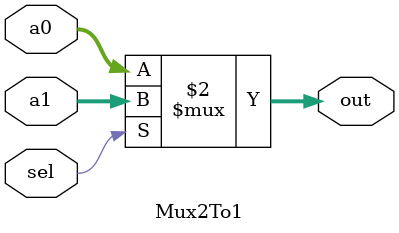
<source format=v>
module Mux2To1 (
    input [31:0] a0,
    input [31:0] a1,
    input sel,
    output reg [31:0] out
);

    always @* begin
        out = sel ? a1 : a0;
    end

endmodule

</source>
